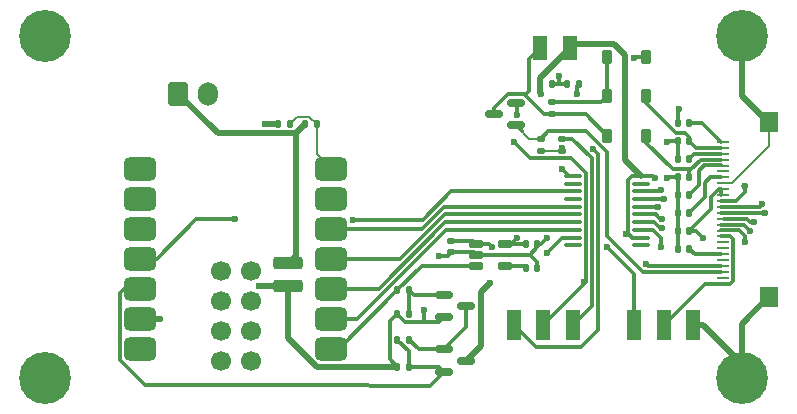
<source format=gbr>
%TF.GenerationSoftware,KiCad,Pcbnew,8.0.7*%
%TF.CreationDate,2025-01-13T19:39:37-06:00*%
%TF.ProjectId,love-letters,6c6f7665-2d6c-4657-9474-6572732e6b69,rev?*%
%TF.SameCoordinates,Original*%
%TF.FileFunction,Copper,L1,Top*%
%TF.FilePolarity,Positive*%
%FSLAX46Y46*%
G04 Gerber Fmt 4.6, Leading zero omitted, Abs format (unit mm)*
G04 Created by KiCad (PCBNEW 8.0.7) date 2025-01-13 19:39:37*
%MOMM*%
%LPD*%
G01*
G04 APERTURE LIST*
G04 Aperture macros list*
%AMRoundRect*
0 Rectangle with rounded corners*
0 $1 Rounding radius*
0 $2 $3 $4 $5 $6 $7 $8 $9 X,Y pos of 4 corners*
0 Add a 4 corners polygon primitive as box body*
4,1,4,$2,$3,$4,$5,$6,$7,$8,$9,$2,$3,0*
0 Add four circle primitives for the rounded corners*
1,1,$1+$1,$2,$3*
1,1,$1+$1,$4,$5*
1,1,$1+$1,$6,$7*
1,1,$1+$1,$8,$9*
0 Add four rect primitives between the rounded corners*
20,1,$1+$1,$2,$3,$4,$5,0*
20,1,$1+$1,$4,$5,$6,$7,0*
20,1,$1+$1,$6,$7,$8,$9,0*
20,1,$1+$1,$8,$9,$2,$3,0*%
G04 Aperture macros list end*
%TA.AperFunction,SMDPad,CuDef*%
%ADD10R,1.100000X0.250000*%
%TD*%
%TA.AperFunction,SMDPad,CuDef*%
%ADD11R,1.500000X1.700000*%
%TD*%
%TA.AperFunction,SMDPad,CuDef*%
%ADD12RoundRect,0.140000X-0.140000X-0.170000X0.140000X-0.170000X0.140000X0.170000X-0.140000X0.170000X0*%
%TD*%
%TA.AperFunction,SMDPad,CuDef*%
%ADD13RoundRect,0.135000X0.185000X-0.135000X0.185000X0.135000X-0.185000X0.135000X-0.185000X-0.135000X0*%
%TD*%
%TA.AperFunction,SMDPad,CuDef*%
%ADD14RoundRect,0.500000X0.875000X0.500000X-0.875000X0.500000X-0.875000X-0.500000X0.875000X-0.500000X0*%
%TD*%
%TA.AperFunction,SMDPad,CuDef*%
%ADD15RoundRect,0.275000X-0.975000X-0.275000X0.975000X-0.275000X0.975000X0.275000X-0.975000X0.275000X0*%
%TD*%
%TA.AperFunction,SMDPad,CuDef*%
%ADD16C,1.700000*%
%TD*%
%TA.AperFunction,SMDPad,CuDef*%
%ADD17RoundRect,0.135000X0.135000X0.185000X-0.135000X0.185000X-0.135000X-0.185000X0.135000X-0.185000X0*%
%TD*%
%TA.AperFunction,SMDPad,CuDef*%
%ADD18RoundRect,0.140000X0.140000X0.170000X-0.140000X0.170000X-0.140000X-0.170000X0.140000X-0.170000X0*%
%TD*%
%TA.AperFunction,SMDPad,CuDef*%
%ADD19RoundRect,0.225000X0.225000X0.375000X-0.225000X0.375000X-0.225000X-0.375000X0.225000X-0.375000X0*%
%TD*%
%TA.AperFunction,SMDPad,CuDef*%
%ADD20RoundRect,0.135000X-0.135000X-0.185000X0.135000X-0.185000X0.135000X0.185000X-0.135000X0.185000X0*%
%TD*%
%TA.AperFunction,ComponentPad*%
%ADD21C,4.400000*%
%TD*%
%TA.AperFunction,SMDPad,CuDef*%
%ADD22RoundRect,0.150000X-0.587500X-0.150000X0.587500X-0.150000X0.587500X0.150000X-0.587500X0.150000X0*%
%TD*%
%TA.AperFunction,SMDPad,CuDef*%
%ADD23RoundRect,0.040200X-0.544800X-0.294800X0.544800X-0.294800X0.544800X0.294800X-0.544800X0.294800X0*%
%TD*%
%TA.AperFunction,SMDPad,CuDef*%
%ADD24RoundRect,0.140000X-0.170000X0.140000X-0.170000X-0.140000X0.170000X-0.140000X0.170000X0.140000X0*%
%TD*%
%TA.AperFunction,SMDPad,CuDef*%
%ADD25R,1.200000X2.500000*%
%TD*%
%TA.AperFunction,SMDPad,CuDef*%
%ADD26RoundRect,0.225000X-0.225000X-0.375000X0.225000X-0.375000X0.225000X0.375000X-0.225000X0.375000X0*%
%TD*%
%TA.AperFunction,SMDPad,CuDef*%
%ADD27RoundRect,0.150000X0.587500X0.150000X-0.587500X0.150000X-0.587500X-0.150000X0.587500X-0.150000X0*%
%TD*%
%TA.AperFunction,SMDPad,CuDef*%
%ADD28RoundRect,0.100000X0.637500X0.100000X-0.637500X0.100000X-0.637500X-0.100000X0.637500X-0.100000X0*%
%TD*%
%TA.AperFunction,SMDPad,CuDef*%
%ADD29R,1.250000X2.000000*%
%TD*%
%TA.AperFunction,ComponentPad*%
%ADD30RoundRect,0.250000X-0.600000X-0.750000X0.600000X-0.750000X0.600000X0.750000X-0.600000X0.750000X0*%
%TD*%
%TA.AperFunction,ComponentPad*%
%ADD31O,1.700000X2.000000*%
%TD*%
%TA.AperFunction,SMDPad,CuDef*%
%ADD32RoundRect,0.135000X-0.185000X0.135000X-0.185000X-0.135000X0.185000X-0.135000X0.185000X0.135000X0*%
%TD*%
%TA.AperFunction,SMDPad,CuDef*%
%ADD33RoundRect,0.140000X0.170000X-0.140000X0.170000X0.140000X-0.170000X0.140000X-0.170000X-0.140000X0*%
%TD*%
%TA.AperFunction,ViaPad*%
%ADD34C,0.600000*%
%TD*%
%TA.AperFunction,Conductor*%
%ADD35C,0.200000*%
%TD*%
%TA.AperFunction,Conductor*%
%ADD36C,0.500000*%
%TD*%
%TA.AperFunction,Conductor*%
%ADD37C,0.300000*%
%TD*%
G04 APERTURE END LIST*
D10*
%TO.P,J3,1,1*%
%TO.N,unconnected-(J3-Pad1)*%
X110400000Y-73500000D03*
%TO.P,J3,2,2*%
%TO.N,/GDR*%
X110400000Y-73000000D03*
%TO.P,J3,3,3*%
%TO.N,/RESE*%
X110400000Y-72500000D03*
%TO.P,J3,4,4*%
%TO.N,unconnected-(J3-Pad4)*%
X110400000Y-72000000D03*
%TO.P,J3,5,5*%
%TO.N,Net-(C8-Pad2)*%
X110400000Y-71500000D03*
%TO.P,J3,6,6*%
%TO.N,unconnected-(J3-Pad6)*%
X110400000Y-71000000D03*
%TO.P,J3,7,7*%
%TO.N,unconnected-(J3-Pad7)*%
X110400000Y-70500000D03*
%TO.P,J3,8,8*%
%TO.N,/BS*%
X110400000Y-70000000D03*
%TO.P,J3,9,9*%
%TO.N,/BUSY'*%
X110400000Y-69500000D03*
%TO.P,J3,10,10*%
%TO.N,/RST'*%
X110400000Y-69000000D03*
%TO.P,J3,11,11*%
%TO.N,/DC'*%
X110400000Y-68500000D03*
%TO.P,J3,12,12*%
%TO.N,/CS'*%
X110400000Y-68000000D03*
%TO.P,J3,13,13*%
%TO.N,/SCK'*%
X110400000Y-67500000D03*
%TO.P,J3,14,14*%
%TO.N,/DIN'*%
X110400000Y-67000000D03*
%TO.P,J3,15,15*%
%TO.N,3V3_OUT*%
X110400000Y-66500000D03*
%TO.P,J3,16,16*%
X110400000Y-66000000D03*
%TO.P,J3,17,17*%
%TO.N,GND*%
X110400000Y-65500000D03*
%TO.P,J3,18,18*%
%TO.N,Net-(C9-Pad2)*%
X110400000Y-65000000D03*
%TO.P,J3,19,19*%
%TO.N,unconnected-(J3-Pad19)*%
X110400000Y-64500000D03*
%TO.P,J3,20,20*%
%TO.N,Net-(C10-Pad1)*%
X110400000Y-64000000D03*
%TO.P,J3,21,21*%
%TO.N,/VGH*%
X110400000Y-63500000D03*
%TO.P,J3,22,22*%
%TO.N,Net-(C12-Pad1)*%
X110400000Y-63000000D03*
%TO.P,J3,23,23*%
%TO.N,/VGL*%
X110400000Y-62500000D03*
%TO.P,J3,24,24*%
%TO.N,Net-(C14-Pad1)*%
X110400000Y-62000000D03*
D11*
%TO.P,J3,P1*%
%TO.N,GND*%
X114300000Y-60350000D03*
%TO.P,J3,P2*%
X114300000Y-75150000D03*
%TD*%
D12*
%TO.P,C8,1*%
%TO.N,GND*%
X106597318Y-71045000D03*
%TO.P,C8,2*%
%TO.N,Net-(C8-Pad2)*%
X107557318Y-71045000D03*
%TD*%
D13*
%TO.P,R1,1*%
%TO.N,GND*%
X94979318Y-62741000D03*
%TO.P,R1,2*%
%TO.N,/GDR*%
X94979318Y-61721000D03*
%TD*%
D14*
%TO.P,U1,1,GPIO1_A0_D0*%
%TO.N,/PWR*%
X77216000Y-79502000D03*
%TO.P,U1,2,GPIO2_A1_D1*%
%TO.N,/BUSY*%
X77216000Y-76962000D03*
%TO.P,U1,3,GPIO3_A2_D2*%
%TO.N,/RST*%
X77216000Y-74422000D03*
%TO.P,U1,4,GPIO4_A3_D3*%
%TO.N,/DC*%
X77216000Y-71882000D03*
%TO.P,U1,5,GPIO5_A4_D4_SDA*%
%TO.N,/CS*%
X77216000Y-69342000D03*
%TO.P,U1,6,GPIO6_A5_D5_SCL*%
%TO.N,unconnected-(U1-GPIO6_A5_D5_SCL-Pad6)*%
X77216000Y-66802000D03*
%TO.P,U1,7,GPIO43_A6_D6_TX*%
%TO.N,Net-(U1-GPIO43_A6_D6_TX)*%
X77216000Y-64262000D03*
%TO.P,U1,8,GPIO44_D7_RX*%
%TO.N,unconnected-(U1-GPIO44_D7_RX-Pad8)*%
X61051000Y-64262000D03*
%TO.P,U1,9,GPIO7_A8_D8_SCK*%
%TO.N,/CLK*%
X61051000Y-66802000D03*
%TO.P,U1,10,GPIO8_A9_D9_MISO*%
%TO.N,unconnected-(U1-GPIO8_A9_D9_MISO-Pad10)*%
X61051000Y-69342000D03*
%TO.P,U1,11,GPIO9_A10_D10_MOSI*%
%TO.N,/DIN*%
X61051000Y-71882000D03*
%TO.P,U1,12,3V3*%
%TO.N,VCC_INT*%
X61051000Y-74422000D03*
%TO.P,U1,13,GND*%
%TO.N,GND*%
X61051000Y-76962000D03*
%TO.P,U1,14,5V*%
%TO.N,unconnected-(U1-5V-Pad14)*%
X61051000Y-79502000D03*
D15*
%TO.P,U1,15,BAT*%
%TO.N,Net-(J2-Pin_1)*%
X73606000Y-72264000D03*
%TO.P,U1,16,GND*%
%TO.N,GND*%
X73606000Y-74169000D03*
D16*
%TO.P,U1,17,MTDI*%
%TO.N,unconnected-(U1-MTDI-Pad17)*%
X70431000Y-80514000D03*
%TO.P,U1,18,MTDO*%
%TO.N,unconnected-(U1-MTDO-Pad18)*%
X67891000Y-80514000D03*
%TO.P,U1,19,CHIP_EN*%
%TO.N,unconnected-(U1-CHIP_EN-Pad19)*%
X70431000Y-77974000D03*
%TO.P,U1,20,GND*%
%TO.N,unconnected-(U1-GND-Pad20)*%
X67891000Y-77974000D03*
%TO.P,U1,21,MTMS*%
%TO.N,unconnected-(U1-MTMS-Pad21)*%
X70431000Y-75434000D03*
%TO.P,U1,22,MTCK*%
%TO.N,unconnected-(U1-MTCK-Pad22)*%
X67891000Y-75434000D03*
%TO.P,U1,23,USB_DN*%
%TO.N,unconnected-(U1-USB_DN-Pad23)*%
X70431000Y-72894000D03*
%TO.P,U1,24,USB_DP*%
%TO.N,unconnected-(U1-USB_DP-Pad24)*%
X67891000Y-72894000D03*
%TD*%
D17*
%TO.P,R7,1*%
%TO.N,Net-(U1-GPIO43_A6_D6_TX)*%
X76014636Y-60499000D03*
%TO.P,R7,2*%
%TO.N,Net-(J2-Pin_1)*%
X74994636Y-60499000D03*
%TD*%
D18*
%TO.P,C14,1*%
%TO.N,Net-(C14-Pad1)*%
X107529318Y-60377000D03*
%TO.P,C14,2*%
%TO.N,GND*%
X106569318Y-60377000D03*
%TD*%
D17*
%TO.P,R8,1*%
%TO.N,Net-(U1-GPIO43_A6_D6_TX)*%
X73728636Y-60499000D03*
%TO.P,R8,2*%
%TO.N,GND*%
X72708636Y-60499000D03*
%TD*%
D19*
%TO.P,D3,1,K*%
%TO.N,GND*%
X103923818Y-54773500D03*
%TO.P,D3,2,A*%
%TO.N,Net-(D2-K)*%
X100623818Y-54773500D03*
%TD*%
D20*
%TO.P,R6,1*%
%TO.N,GND*%
X82822318Y-76568000D03*
%TO.P,R6,2*%
%TO.N,Net-(Q2-B)*%
X83842318Y-76568000D03*
%TD*%
D12*
%TO.P,C2,1*%
%TO.N,3V3_OUT*%
X93737318Y-70613000D03*
%TO.P,C2,2*%
%TO.N,GND*%
X94697318Y-70613000D03*
%TD*%
%TO.P,C7,1*%
%TO.N,GND*%
X106597318Y-69521000D03*
%TO.P,C7,2*%
%TO.N,3V3_OUT*%
X107557318Y-69521000D03*
%TD*%
D21*
%TO.P,H4,1,1*%
%TO.N,GND*%
X112000000Y-53000000D03*
%TD*%
D22*
%TO.P,Q2,1,B*%
%TO.N,Net-(Q2-B)*%
X86783818Y-74944000D03*
%TO.P,Q2,2,E*%
%TO.N,GND*%
X86783818Y-76844000D03*
%TO.P,Q2,3,C*%
%TO.N,Net-(Q2-C)*%
X88658818Y-75894000D03*
%TD*%
D20*
%TO.P,R3,1*%
%TO.N,GND*%
X97201818Y-57107500D03*
%TO.P,R3,2*%
%TO.N,Net-(SW1-A)*%
X98221818Y-57107500D03*
%TD*%
D18*
%TO.P,C12,1*%
%TO.N,Net-(C12-Pad1)*%
X107557318Y-63425000D03*
%TO.P,C12,2*%
%TO.N,GND*%
X106597318Y-63425000D03*
%TD*%
D12*
%TO.P,C5,1*%
%TO.N,3V3_OUT*%
X94945818Y-57107500D03*
%TO.P,C5,2*%
%TO.N,GND*%
X95905818Y-57107500D03*
%TD*%
D23*
%TO.P,U2,1,VIN*%
%TO.N,VCC*%
X89491318Y-70613000D03*
%TO.P,U2,2,GND*%
%TO.N,GND*%
X89491318Y-71553000D03*
%TO.P,U2,3,EN*%
%TO.N,/PWR*%
X89491318Y-72493000D03*
%TO.P,U2,4,BP*%
%TO.N,Net-(U2-BP)*%
X91931318Y-72493000D03*
%TO.P,U2,5,VOUT*%
%TO.N,3V3_OUT*%
X91931318Y-70613000D03*
%TD*%
D20*
%TO.P,R4,1*%
%TO.N,VCC_INT*%
X82812818Y-78741000D03*
%TO.P,R4,2*%
%TO.N,Net-(Q2-C)*%
X83832818Y-78741000D03*
%TD*%
D22*
%TO.P,Q3,1,G*%
%TO.N,Net-(Q2-C)*%
X86783818Y-79569000D03*
%TO.P,Q3,2,S*%
%TO.N,VCC_INT*%
X86783818Y-81469000D03*
%TO.P,Q3,3,D*%
%TO.N,VCC*%
X88658818Y-80519000D03*
%TD*%
D24*
%TO.P,C1,1*%
%TO.N,VCC*%
X87387318Y-70387000D03*
%TO.P,C1,2*%
%TO.N,GND*%
X87387318Y-71347000D03*
%TD*%
D20*
%TO.P,R5,1*%
%TO.N,/PWR*%
X82822318Y-74578000D03*
%TO.P,R5,2*%
%TO.N,Net-(Q2-B)*%
X83842318Y-74578000D03*
%TD*%
D25*
%TO.P,SW2,1,A*%
%TO.N,3V3_OUT*%
X102893318Y-77471000D03*
%TO.P,SW2,2,B*%
%TO.N,/BS*%
X105393318Y-77471000D03*
%TO.P,SW2,3,C*%
%TO.N,GND*%
X107893318Y-77471000D03*
%TD*%
D19*
%TO.P,D1,1,K*%
%TO.N,/VGH*%
X103923818Y-61473500D03*
%TO.P,D1,2,A*%
%TO.N,Net-(D1-A)*%
X100623818Y-61473500D03*
%TD*%
D26*
%TO.P,D2,1,K*%
%TO.N,Net-(D2-K)*%
X100623818Y-58123500D03*
%TO.P,D2,2,A*%
%TO.N,/VGL*%
X103923818Y-58123500D03*
%TD*%
D12*
%TO.P,C9,1*%
%TO.N,GND*%
X106597318Y-67997000D03*
%TO.P,C9,2*%
%TO.N,Net-(C9-Pad2)*%
X107557318Y-67997000D03*
%TD*%
D21*
%TO.P,H2,1,1*%
%TO.N,GND*%
X53000000Y-82000000D03*
%TD*%
D25*
%TO.P,SW1,1,A*%
%TO.N,Net-(SW1-A)*%
X92693318Y-77471000D03*
%TO.P,SW1,2,B*%
%TO.N,/RESE*%
X95193318Y-77471000D03*
%TO.P,SW1,3,C*%
%TO.N,Net-(SW1-C)*%
X97693318Y-77471000D03*
%TD*%
D27*
%TO.P,Q1,1,G*%
%TO.N,/GDR*%
X92875818Y-60597500D03*
%TO.P,Q1,2,S*%
%TO.N,/RESE*%
X92875818Y-58697500D03*
%TO.P,Q1,3,D*%
%TO.N,Net-(D1-A)*%
X91000818Y-59647500D03*
%TD*%
D12*
%TO.P,C3,1*%
%TO.N,Net-(U2-BP)*%
X93737318Y-72645000D03*
%TO.P,C3,2*%
%TO.N,GND*%
X94697318Y-72645000D03*
%TD*%
D28*
%TO.P,U3,1,A1*%
%TO.N,unconnected-(U3-A1-Pad1)*%
X103429818Y-70744000D03*
%TO.P,U3,2,V_{CCA}*%
%TO.N,3V3_OUT*%
X103429818Y-70094000D03*
%TO.P,U3,3,A2*%
%TO.N,/BUSY'*%
X103429818Y-69444000D03*
%TO.P,U3,4,A3*%
%TO.N,/RST'*%
X103429818Y-68794000D03*
%TO.P,U3,5,A4*%
%TO.N,/DC'*%
X103429818Y-68144000D03*
%TO.P,U3,6,A5*%
%TO.N,/CS'*%
X103429818Y-67494000D03*
%TO.P,U3,7,A6*%
%TO.N,/SCK'*%
X103429818Y-66844000D03*
%TO.P,U3,8,A7*%
%TO.N,/DIN'*%
X103429818Y-66194000D03*
%TO.P,U3,9,A8*%
%TO.N,unconnected-(U3-A8-Pad9)*%
X103429818Y-65544000D03*
%TO.P,U3,10,OE*%
%TO.N,3V3_OUT*%
X103429818Y-64894000D03*
%TO.P,U3,11,GND*%
%TO.N,GND*%
X97704818Y-64894000D03*
%TO.P,U3,12,B8*%
%TO.N,unconnected-(U3-B8-Pad12)*%
X97704818Y-65544000D03*
%TO.P,U3,13,B7*%
%TO.N,/DIN*%
X97704818Y-66194000D03*
%TO.P,U3,14,B6*%
%TO.N,/SCK*%
X97704818Y-66844000D03*
%TO.P,U3,15,B5*%
%TO.N,/CS*%
X97704818Y-67494000D03*
%TO.P,U3,16,B4*%
%TO.N,/DC*%
X97704818Y-68144000D03*
%TO.P,U3,17,B3*%
%TO.N,/RST*%
X97704818Y-68794000D03*
%TO.P,U3,18,B2*%
%TO.N,/BUSY*%
X97704818Y-69444000D03*
%TO.P,U3,19,V_{CCB}*%
%TO.N,VCC*%
X97704818Y-70094000D03*
%TO.P,U3,20,B1*%
%TO.N,unconnected-(U3-B1-Pad20)*%
X97704818Y-70744000D03*
%TD*%
D18*
%TO.P,C11,1*%
%TO.N,/VGH*%
X107557318Y-64949000D03*
%TO.P,C11,2*%
%TO.N,GND*%
X106597318Y-64949000D03*
%TD*%
%TO.P,C6,1*%
%TO.N,VCC_INT*%
X83804818Y-81027000D03*
%TO.P,C6,2*%
%TO.N,GND*%
X82844818Y-81027000D03*
%TD*%
D29*
%TO.P,L1,1*%
%TO.N,3V3_OUT*%
X97457818Y-54059500D03*
%TO.P,L1,2*%
%TO.N,Net-(D1-A)*%
X94907818Y-54059500D03*
%TD*%
D30*
%TO.P,J2,1,Pin_1*%
%TO.N,Net-(J2-Pin_1)*%
X64265318Y-57905500D03*
D31*
%TO.P,J2,2,Pin_2*%
%TO.N,GND*%
X66765318Y-57905500D03*
%TD*%
D21*
%TO.P,H3,1,1*%
%TO.N,GND*%
X112000000Y-82000000D03*
%TD*%
%TO.P,H1,1,1*%
%TO.N,GND*%
X53000000Y-53000000D03*
%TD*%
D32*
%TO.P,R2,1*%
%TO.N,Net-(SW1-C)*%
X96757318Y-61719000D03*
%TO.P,R2,2*%
%TO.N,GND*%
X96757318Y-62739000D03*
%TD*%
D18*
%TO.P,C10,1*%
%TO.N,Net-(C10-Pad1)*%
X107557318Y-66473000D03*
%TO.P,C10,2*%
%TO.N,GND*%
X106597318Y-66473000D03*
%TD*%
%TO.P,C13,1*%
%TO.N,/VGL*%
X107529318Y-61901000D03*
%TO.P,C13,2*%
%TO.N,GND*%
X106569318Y-61901000D03*
%TD*%
D33*
%TO.P,C4,1*%
%TO.N,Net-(D1-A)*%
X95923818Y-59619500D03*
%TO.P,C4,2*%
%TO.N,Net-(D2-K)*%
X95923818Y-58659500D03*
%TD*%
D34*
%TO.N,VCC*%
X90661318Y-73915000D03*
X90846319Y-70897274D03*
X95487318Y-71375000D03*
%TO.N,3V3_OUT*%
X104631318Y-65025000D03*
X94979318Y-57913000D03*
X100558560Y-70875758D03*
X92947318Y-70094000D03*
X102235566Y-69772872D03*
X108695318Y-70105000D03*
%TO.N,/DIN*%
X79056925Y-68570587D03*
X69071318Y-68561508D03*
%TO.N,GND*%
X62721318Y-76963000D03*
X86343318Y-71629000D03*
X85073318Y-76201000D03*
X106663318Y-59183000D03*
X71611318Y-60453000D03*
X102853318Y-54865000D03*
X96503318Y-56389000D03*
X95487318Y-70105000D03*
X96757318Y-62485000D03*
X96757318Y-64263000D03*
X105647318Y-65025000D03*
X105647318Y-61977000D03*
X71103318Y-74169000D03*
%TO.N,/SCK'*%
X105393318Y-66803000D03*
X113750000Y-67250000D03*
%TO.N,/RST'*%
X105255076Y-69301518D03*
X112732969Y-69533898D03*
%TO.N,/DC'*%
X113014305Y-68784997D03*
X105217938Y-68502380D03*
%TO.N,/BUSY'*%
X112250000Y-70500000D03*
X105139318Y-70867000D03*
%TO.N,/RESE*%
X92947318Y-59691000D03*
X103869318Y-72343000D03*
X92693318Y-61977000D03*
X98642318Y-73872000D03*
%TO.N,/CS'*%
X114002983Y-68008949D03*
X104898207Y-67524219D03*
%TO.N,/DIN'*%
X112251318Y-65748997D03*
X105139318Y-66041000D03*
%TO.N,Net-(SW1-A)*%
X99423994Y-62612324D03*
X98027318Y-57913000D03*
%TD*%
D35*
%TO.N,GND*%
X111175000Y-65500000D02*
X110400000Y-65500000D01*
X114300000Y-62375000D02*
X111175000Y-65500000D01*
X114300000Y-60350000D02*
X114300000Y-62375000D01*
D36*
X112000000Y-77400000D02*
X114250000Y-75150000D01*
X112000000Y-82000000D02*
X112000000Y-77400000D01*
X112000000Y-53000000D02*
X112000000Y-58100000D01*
X112000000Y-58100000D02*
X114250000Y-60350000D01*
D35*
X114100000Y-60350000D02*
X114000000Y-60250000D01*
X114300000Y-60350000D02*
X114100000Y-60350000D01*
D37*
%TO.N,/SCK'*%
X111382966Y-67493000D02*
X110219318Y-67493000D01*
X111394211Y-67481755D02*
X111382966Y-67493000D01*
X113518245Y-67481755D02*
X111394211Y-67481755D01*
X113750000Y-67250000D02*
X113518245Y-67481755D01*
%TO.N,/CS'*%
X111601318Y-67993000D02*
X110219318Y-67993000D01*
X113975789Y-67981755D02*
X111601318Y-67981755D01*
X111601318Y-67981755D02*
X111601318Y-67993000D01*
X114002983Y-68008949D02*
X113975789Y-67981755D01*
%TO.N,/DC'*%
X112399178Y-68493000D02*
X110473318Y-68493000D01*
X113014305Y-68784997D02*
X112691175Y-68784997D01*
X112691175Y-68784997D02*
X112399178Y-68493000D01*
%TO.N,/RST'*%
X112192071Y-68993000D02*
X110219318Y-68993000D01*
X112732969Y-69533898D02*
X112192071Y-68993000D01*
%TO.N,/BUSY'*%
X111774082Y-69493000D02*
X110219318Y-69493000D01*
X112250000Y-69968918D02*
X111774082Y-69493000D01*
X112250000Y-70500000D02*
X112250000Y-69968918D01*
%TO.N,/RST*%
X86889578Y-68794000D02*
X97704818Y-68794000D01*
X81261578Y-74422000D02*
X86889578Y-68794000D01*
X77216000Y-74422000D02*
X81261578Y-74422000D01*
%TO.N,VCC*%
X89491318Y-70613000D02*
X90562045Y-70613000D01*
X89265318Y-70387000D02*
X89491318Y-70613000D01*
X87387318Y-70387000D02*
X89265318Y-70387000D01*
D36*
X90661318Y-73915000D02*
X89899318Y-74677000D01*
D37*
X90562045Y-70613000D02*
X90846319Y-70897274D01*
X97704818Y-70094000D02*
X96768318Y-70094000D01*
D36*
X89899318Y-79278500D02*
X88658818Y-80519000D01*
D37*
X96768318Y-70094000D02*
X95487318Y-71375000D01*
D36*
X89899318Y-74677000D02*
X89899318Y-79278500D01*
D37*
%TO.N,/PWR*%
X89491318Y-72493000D02*
X84907318Y-72493000D01*
X84907318Y-72493000D02*
X82822318Y-74578000D01*
X77898318Y-79502000D02*
X82822318Y-74578000D01*
X77216000Y-79502000D02*
X77983000Y-79502000D01*
X77216000Y-79502000D02*
X77898318Y-79502000D01*
%TO.N,/DC*%
X83094472Y-71882000D02*
X86832472Y-68144000D01*
X86832472Y-68144000D02*
X97704818Y-68144000D01*
X77216000Y-71882000D02*
X83094472Y-71882000D01*
%TO.N,3V3_OUT*%
X91931318Y-70613000D02*
X93737318Y-70613000D01*
D36*
X97793818Y-53723500D02*
X101203818Y-53723500D01*
X97457818Y-54059500D02*
X97793818Y-53723500D01*
D37*
X110097318Y-65993000D02*
X110219318Y-65993000D01*
X102342318Y-65254832D02*
X102342318Y-69743999D01*
X109419318Y-66671000D02*
X110097318Y-65993000D01*
X102893318Y-77471000D02*
X102893318Y-73210516D01*
D36*
X94945818Y-57879500D02*
X94979318Y-57913000D01*
D37*
X103429818Y-64894000D02*
X102703150Y-64894000D01*
D36*
X94945818Y-57107500D02*
X94945818Y-57879500D01*
D37*
X91931318Y-70613000D02*
X92428318Y-70613000D01*
D36*
X94945818Y-57107500D02*
X94945818Y-56571500D01*
D37*
X102692319Y-70094000D02*
X103429818Y-70094000D01*
D36*
X94945818Y-56571500D02*
X97457818Y-54059500D01*
X101203818Y-53723500D02*
X102103318Y-54623000D01*
D37*
X107557318Y-69521000D02*
X108111318Y-69521000D01*
X104500318Y-64894000D02*
X104631318Y-65025000D01*
X92428318Y-70613000D02*
X92947318Y-70094000D01*
X102893318Y-73210516D02*
X100558560Y-70875758D01*
X102342318Y-69743999D02*
X102692319Y-70094000D01*
X103429818Y-64894000D02*
X104500318Y-64894000D01*
D36*
X102103318Y-54623000D02*
X102103318Y-63567500D01*
D37*
X108111318Y-69521000D02*
X108695318Y-70105000D01*
X109419318Y-67659000D02*
X109419318Y-66671000D01*
X107557318Y-69521000D02*
X109419318Y-67659000D01*
D36*
X102103318Y-63567500D02*
X103429818Y-64894000D01*
D37*
X110219318Y-65993000D02*
X110219318Y-66493000D01*
X102703150Y-64894000D02*
X102342318Y-65254832D01*
%TO.N,Net-(U2-BP)*%
X93585318Y-72493000D02*
X93737318Y-72645000D01*
X91931318Y-72493000D02*
X93585318Y-72493000D01*
%TO.N,Net-(D2-K)*%
X95923818Y-58659500D02*
X100087818Y-58659500D01*
X100623818Y-58123500D02*
X100623818Y-54773500D01*
X100087818Y-58659500D02*
X100623818Y-58123500D01*
%TO.N,/DIN*%
X84991672Y-68570587D02*
X87368259Y-66194000D01*
X65788810Y-68561508D02*
X62468318Y-71882000D01*
X87368259Y-66194000D02*
X97704818Y-66194000D01*
X69071318Y-68561508D02*
X65788810Y-68561508D01*
X62468318Y-71882000D02*
X61051000Y-71882000D01*
X79056925Y-68570587D02*
X84991672Y-68570587D01*
%TO.N,Net-(D1-A)*%
X91028818Y-59619500D02*
X91000818Y-59647500D01*
X95246580Y-59619500D02*
X95923818Y-59619500D01*
X93963318Y-57659000D02*
X93624699Y-57997619D01*
X98769818Y-59619500D02*
X100623818Y-61473500D01*
X91000818Y-59123738D02*
X92211556Y-57913000D01*
X93624699Y-57997619D02*
X95246580Y-59619500D01*
X93540080Y-57913000D02*
X93624699Y-57997619D01*
X93963318Y-55004000D02*
X93963318Y-57659000D01*
X91000818Y-59647500D02*
X91000818Y-59123738D01*
X94907818Y-54059500D02*
X93963318Y-55004000D01*
X95923818Y-59619500D02*
X98769818Y-59619500D01*
X92211556Y-57913000D02*
X93540080Y-57913000D01*
%TO.N,GND*%
X85073318Y-77238000D02*
X86389818Y-77238000D01*
X105723318Y-64949000D02*
X105647318Y-65025000D01*
X106569318Y-59277000D02*
X106569318Y-60377000D01*
X94697318Y-72183001D02*
X94697318Y-72645000D01*
X97704818Y-64894000D02*
X97388318Y-64894000D01*
X94067317Y-71553000D02*
X94697318Y-70922999D01*
X106569318Y-61901000D02*
X105723318Y-61901000D01*
X87387318Y-71347000D02*
X89285318Y-71347000D01*
X96503318Y-62739000D02*
X96757318Y-62485000D01*
X86389818Y-77238000D02*
X86783818Y-76844000D01*
X96503318Y-56389000D02*
X96503318Y-57107500D01*
D36*
X62720318Y-76962000D02*
X62721318Y-76963000D01*
D35*
X94979318Y-62741000D02*
X96755318Y-62741000D01*
D37*
X94697318Y-70613000D02*
X94979318Y-70613000D01*
X85073318Y-77238000D02*
X85073318Y-76201000D01*
D36*
X73606000Y-78617774D02*
X76015226Y-81027000D01*
X107893318Y-77471000D02*
X108695318Y-77471000D01*
D37*
X83492318Y-77238000D02*
X85073318Y-77238000D01*
X105723318Y-61901000D02*
X105647318Y-61977000D01*
X106663318Y-59183000D02*
X106569318Y-59277000D01*
X94067317Y-71553000D02*
X94697318Y-72183001D01*
D36*
X71103318Y-74169000D02*
X73606000Y-74169000D01*
D37*
X82192818Y-77197500D02*
X82822318Y-76568000D01*
X89285318Y-71347000D02*
X89491318Y-71553000D01*
X82822318Y-76568000D02*
X83492318Y-77238000D01*
X102944818Y-54773500D02*
X102853318Y-54865000D01*
X96503318Y-57107500D02*
X97201818Y-57107500D01*
X82192818Y-80375000D02*
X82192818Y-77197500D01*
X87105318Y-71629000D02*
X87387318Y-71347000D01*
X106597318Y-61929000D02*
X106569318Y-61901000D01*
X106597318Y-64949000D02*
X105723318Y-64949000D01*
X86343318Y-71629000D02*
X87105318Y-71629000D01*
D36*
X73606000Y-74169000D02*
X73606000Y-78617774D01*
X61051000Y-76962000D02*
X62720318Y-76962000D01*
D37*
X106597318Y-71045000D02*
X106597318Y-64949000D01*
X103923818Y-54773500D02*
X102944818Y-54773500D01*
X94697318Y-70922999D02*
X94697318Y-70613000D01*
X95905818Y-57107500D02*
X96503318Y-57107500D01*
D36*
X108695318Y-77471000D02*
X113013318Y-81789000D01*
X71611318Y-60453000D02*
X72662636Y-60453000D01*
D37*
X94979318Y-70613000D02*
X95487318Y-70105000D01*
D35*
X96755318Y-62741000D02*
X96757318Y-62739000D01*
D37*
X89491318Y-71553000D02*
X94067317Y-71553000D01*
D36*
X72662636Y-60453000D02*
X72708636Y-60499000D01*
D37*
X97388318Y-64894000D02*
X96757318Y-64263000D01*
X82844818Y-81027000D02*
X82192818Y-80375000D01*
X106597318Y-63425000D02*
X106597318Y-61929000D01*
D36*
X76015226Y-81027000D02*
X82844818Y-81027000D01*
D37*
%TO.N,/BUSY*%
X77216000Y-76962000D02*
X79428684Y-76962000D01*
X86946684Y-69444000D02*
X97704818Y-69444000D01*
X79428684Y-76962000D02*
X86946684Y-69444000D01*
%TO.N,VCC_INT*%
X85575818Y-82677000D02*
X86783818Y-81469000D01*
X59326000Y-74772000D02*
X59326000Y-80425682D01*
X59676000Y-74422000D02*
X59326000Y-74772000D01*
X61051000Y-74422000D02*
X61095354Y-74422000D01*
X83804818Y-79733000D02*
X83804818Y-81027000D01*
X80391000Y-82550000D02*
X80518000Y-82677000D01*
X59326000Y-80425682D02*
X61450318Y-82550000D01*
X61450318Y-82550000D02*
X80391000Y-82550000D01*
X61051000Y-74422000D02*
X59676000Y-74422000D01*
X86341818Y-81027000D02*
X86783818Y-81469000D01*
X82812818Y-78741000D02*
X83804818Y-79733000D01*
X83804818Y-81027000D02*
X86341818Y-81027000D01*
X80518000Y-82677000D02*
X85575818Y-82677000D01*
%TO.N,/CS*%
X86775365Y-67494000D02*
X97704818Y-67494000D01*
X77216000Y-69342000D02*
X84927365Y-69342000D01*
X84927365Y-69342000D02*
X86775365Y-67494000D01*
%TO.N,Net-(C8-Pad2)*%
X107557318Y-71045000D02*
X108005318Y-71493000D01*
X108005318Y-71493000D02*
X110219318Y-71493000D01*
%TO.N,Net-(C9-Pad2)*%
X108855318Y-65457000D02*
X108855318Y-66699000D01*
X108855318Y-66699000D02*
X107557318Y-67997000D01*
X109319318Y-64993000D02*
X108855318Y-65457000D01*
X110219318Y-64993000D02*
X109319318Y-64993000D01*
%TO.N,Net-(C10-Pad1)*%
X108347318Y-64441000D02*
X108795318Y-63993000D01*
X108347318Y-65683000D02*
X108347318Y-64441000D01*
X108795318Y-63993000D02*
X110219318Y-63993000D01*
X107557318Y-66473000D02*
X108347318Y-65683000D01*
%TO.N,Net-(C12-Pad1)*%
X107557318Y-63425000D02*
X107989318Y-62993000D01*
X107989318Y-62993000D02*
X110219318Y-62993000D01*
%TO.N,Net-(C14-Pad1)*%
X107529318Y-60377000D02*
X108603318Y-60377000D01*
X108603318Y-60377000D02*
X110219318Y-61993000D01*
%TO.N,/VGH*%
X106139318Y-64289000D02*
X107705318Y-64289000D01*
X107705318Y-64289000D02*
X107721318Y-64305000D01*
X107557318Y-64949000D02*
X107557318Y-64469000D01*
X103923818Y-62073500D02*
X106139318Y-64289000D01*
X108533318Y-63493000D02*
X110219318Y-63493000D01*
X103923818Y-61473500D02*
X103923818Y-62073500D01*
X107557318Y-64469000D02*
X107721318Y-64305000D01*
X107721318Y-64305000D02*
X108533318Y-63493000D01*
%TO.N,/VGL*%
X108121318Y-62493000D02*
X110219318Y-62493000D01*
X106400472Y-61215000D02*
X107171318Y-61215000D01*
X103923818Y-58123500D02*
X103923818Y-58738346D01*
X107529318Y-61901000D02*
X108121318Y-62493000D01*
X107171318Y-61215000D02*
X107529318Y-61573000D01*
X103923818Y-58738346D02*
X106400472Y-61215000D01*
X107529318Y-61573000D02*
X107529318Y-61901000D01*
%TO.N,/GDR*%
X100567318Y-69965275D02*
X100567318Y-62836408D01*
D35*
X94979318Y-61721000D02*
X93999318Y-61721000D01*
D37*
X95601318Y-61099000D02*
X94979318Y-61721000D01*
D35*
X93999318Y-61721000D02*
X92875818Y-60597500D01*
D37*
X93377318Y-61099000D02*
X92875818Y-60597500D01*
X100567318Y-62836408D02*
X98829910Y-61099000D01*
X98829910Y-61099000D02*
X95601318Y-61099000D01*
X110219318Y-72993000D02*
X103595043Y-72993000D01*
X103595043Y-72993000D02*
X100567318Y-69965275D01*
%TO.N,/SCK'*%
X103429818Y-66844000D02*
X105352318Y-66844000D01*
X105352318Y-66844000D02*
X105393318Y-66803000D01*
%TO.N,/RST'*%
X105097836Y-69301518D02*
X105255076Y-69301518D01*
X104590318Y-68794000D02*
X104885318Y-69089000D01*
X103429818Y-68794000D02*
X104590318Y-68794000D01*
X104885318Y-69089000D02*
X105097836Y-69301518D01*
%TO.N,/DC'*%
X103429818Y-68144000D02*
X104702318Y-68144000D01*
X104702318Y-68144000D02*
X104885318Y-68327000D01*
X105060698Y-68502380D02*
X105217938Y-68502380D01*
X104885318Y-68327000D02*
X105060698Y-68502380D01*
%TO.N,/BS*%
X111235318Y-73777000D02*
X111235318Y-70209000D01*
X108871318Y-73993000D02*
X111019318Y-73993000D01*
X111019318Y-69993000D02*
X110219318Y-69993000D01*
X111019318Y-73993000D02*
X111235318Y-73777000D01*
X111235318Y-70209000D02*
X111019318Y-69993000D01*
X105393318Y-77471000D02*
X108871318Y-73993000D01*
%TO.N,/BUSY'*%
X104478318Y-69444000D02*
X103429818Y-69444000D01*
X105139318Y-70867000D02*
X105139318Y-70105000D01*
X105139318Y-70105000D02*
X104478318Y-69444000D01*
%TO.N,/RESE*%
X92947318Y-58769000D02*
X92875818Y-58697500D01*
X98792318Y-64604832D02*
X97546486Y-63359000D01*
X110219318Y-72493000D02*
X104019318Y-72493000D01*
X97546486Y-63359000D02*
X94075318Y-63359000D01*
X92947318Y-59691000D02*
X92947318Y-58769000D01*
X98792318Y-73872000D02*
X98792318Y-64604832D01*
X95193318Y-77471000D02*
X98792318Y-73872000D01*
X94075318Y-63359000D02*
X92693318Y-61977000D01*
X104019318Y-72493000D02*
X103869318Y-72343000D01*
%TO.N,/CS'*%
X104167317Y-67494000D02*
X103429818Y-67494000D01*
X103429818Y-67494000D02*
X104867988Y-67494000D01*
X104867988Y-67494000D02*
X104898207Y-67524219D01*
%TO.N,/DIN'*%
X104986318Y-66194000D02*
X103429818Y-66194000D01*
X110888079Y-66993000D02*
X110219318Y-66993000D01*
X105139318Y-66041000D02*
X104986318Y-66194000D01*
%TO.N,Net-(Q2-B)*%
X83842318Y-74578000D02*
X83842318Y-76568000D01*
X84208318Y-74944000D02*
X83842318Y-74578000D01*
X86783818Y-74944000D02*
X84208318Y-74944000D01*
%TO.N,Net-(Q2-C)*%
X84660818Y-79569000D02*
X83832818Y-78741000D01*
X88658818Y-77694000D02*
X86783818Y-79569000D01*
X88658818Y-75894000D02*
X88658818Y-77694000D01*
X86783818Y-79569000D02*
X84660818Y-79569000D01*
%TO.N,Net-(SW1-C)*%
X99292318Y-63399887D02*
X99292318Y-75872000D01*
X96757318Y-61719000D02*
X97611431Y-61719000D01*
X97611431Y-61719000D02*
X99292318Y-63399887D01*
X99292318Y-75872000D02*
X97693318Y-77471000D01*
%TO.N,Net-(SW1-A)*%
X98393318Y-79321000D02*
X94543318Y-79321000D01*
X99423994Y-62612324D02*
X99805318Y-62993648D01*
X98027318Y-57302000D02*
X98221818Y-57107500D01*
X99805318Y-62993648D02*
X99805318Y-77909000D01*
X99805318Y-77909000D02*
X98393318Y-79321000D01*
X98027318Y-57913000D02*
X98027318Y-57302000D01*
X94543318Y-79321000D02*
X92693318Y-77471000D01*
D35*
%TO.N,Net-(U1-GPIO43_A6_D6_TX)*%
X76014636Y-63060636D02*
X77216000Y-64262000D01*
X76014636Y-60499000D02*
X76014636Y-63060636D01*
X73728636Y-60499000D02*
X74348636Y-59879000D01*
X74348636Y-59879000D02*
X75394636Y-59879000D01*
X75394636Y-59879000D02*
X76014636Y-60499000D01*
D36*
%TO.N,Net-(J2-Pin_1)*%
X74224636Y-61269000D02*
X74994636Y-60499000D01*
X67628818Y-61269000D02*
X74224636Y-61269000D01*
X73606000Y-72264000D02*
X74224636Y-71645364D01*
X64265318Y-57905500D02*
X67628818Y-61269000D01*
X74224636Y-71645364D02*
X74224636Y-61269000D01*
D37*
%TO.N,/DIN'*%
X112251318Y-66273682D02*
X111550000Y-66975000D01*
X110668000Y-66975000D02*
X110650000Y-66993000D01*
X112251318Y-65748997D02*
X112251318Y-66273682D01*
X111550000Y-66975000D02*
X110668000Y-66975000D01*
X112251318Y-65748997D02*
X112132082Y-65748997D01*
%TD*%
M02*

</source>
